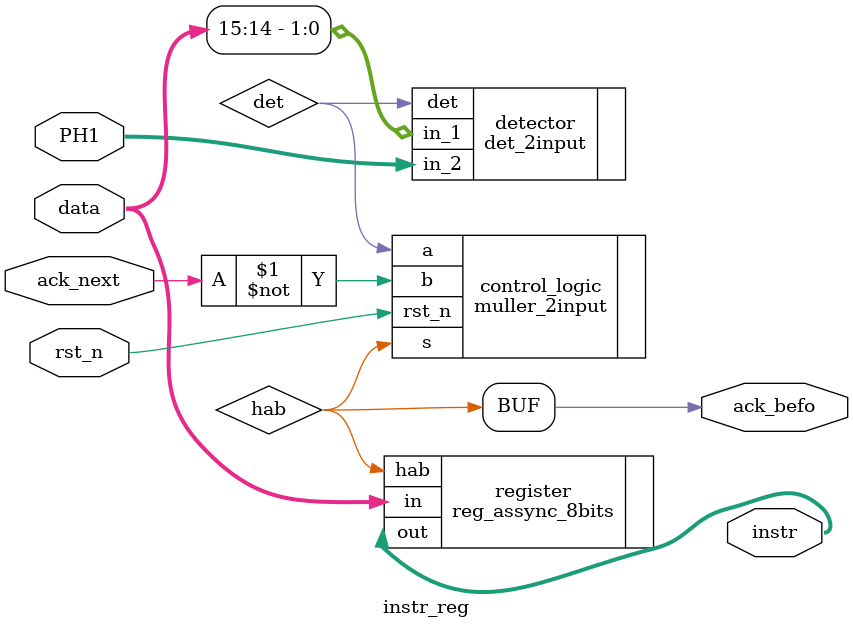
<source format=v>
module instr_reg (input rst_n,
						input [15:0] data,
						input [1:0] PH1,
						output [15:0] instr,
						input ack_next,
						output ack_befo);


wire det;
						
det_2input detector(.in_1(data[15:14]), .in_2(PH1),.det(det));

wire hab;

muller_2input control_logic(.rst_n(rst_n), .a(det),.b(~ack_next),.s(hab));

assign ack_befo = hab;

reg_assync_8bits register( .hab(hab),.in(data),.out(instr));
						

endmodule 
</source>
